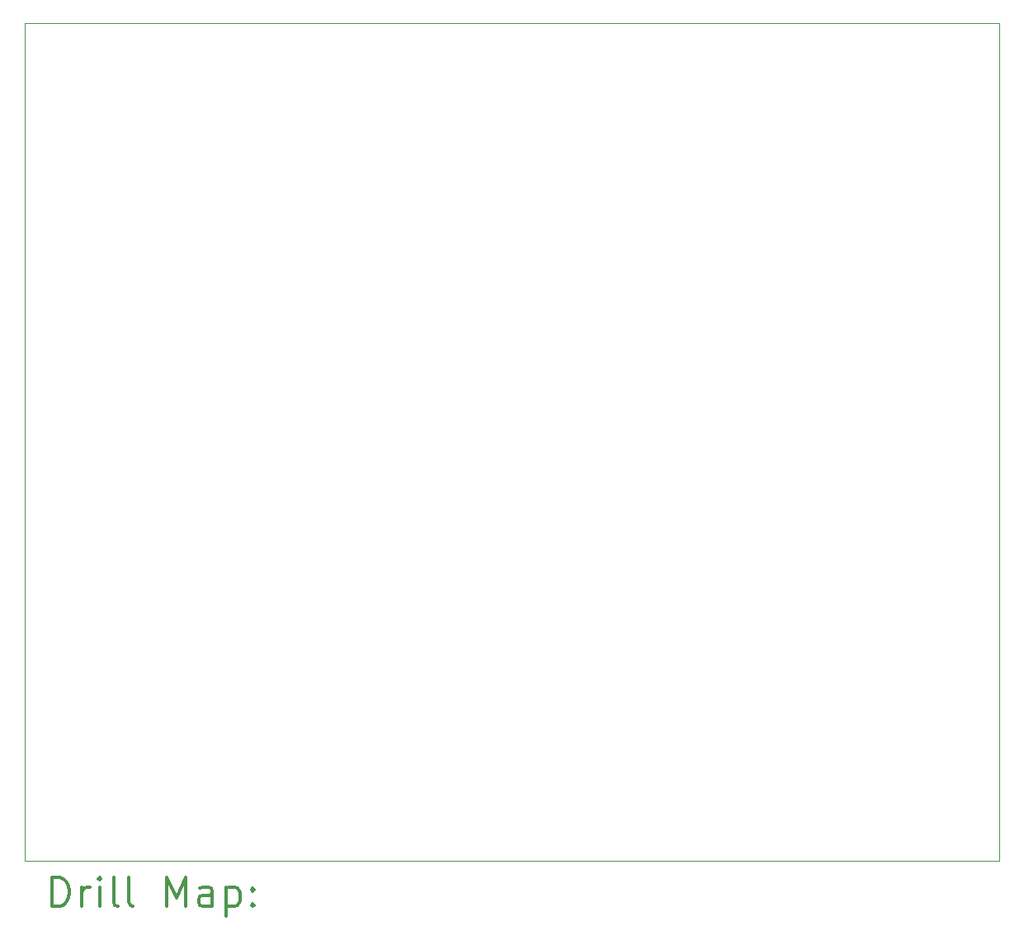
<source format=gbr>
%FSLAX45Y45*%
G04 Gerber Fmt 4.5, Leading zero omitted, Abs format (unit mm)*
G04 Created by KiCad (PCBNEW (5.1.2-1)-1) date 2020-04-08 11:54:16*
%MOMM*%
%LPD*%
G04 APERTURE LIST*
%ADD10C,0.100000*%
%ADD11C,0.200000*%
%ADD12C,0.300000*%
G04 APERTURE END LIST*
D10*
X10000000Y-15000000D02*
X10000000Y-6400000D01*
X20000000Y-15000000D02*
X10000000Y-15000000D01*
X20000000Y-6400000D02*
X20000000Y-15000000D01*
X10000000Y-6400000D02*
X20000000Y-6400000D01*
D11*
D12*
X10281428Y-15470714D02*
X10281428Y-15170714D01*
X10352857Y-15170714D01*
X10395714Y-15185000D01*
X10424286Y-15213571D01*
X10438571Y-15242143D01*
X10452857Y-15299286D01*
X10452857Y-15342143D01*
X10438571Y-15399286D01*
X10424286Y-15427857D01*
X10395714Y-15456429D01*
X10352857Y-15470714D01*
X10281428Y-15470714D01*
X10581428Y-15470714D02*
X10581428Y-15270714D01*
X10581428Y-15327857D02*
X10595714Y-15299286D01*
X10610000Y-15285000D01*
X10638571Y-15270714D01*
X10667143Y-15270714D01*
X10767143Y-15470714D02*
X10767143Y-15270714D01*
X10767143Y-15170714D02*
X10752857Y-15185000D01*
X10767143Y-15199286D01*
X10781428Y-15185000D01*
X10767143Y-15170714D01*
X10767143Y-15199286D01*
X10952857Y-15470714D02*
X10924286Y-15456429D01*
X10910000Y-15427857D01*
X10910000Y-15170714D01*
X11110000Y-15470714D02*
X11081428Y-15456429D01*
X11067143Y-15427857D01*
X11067143Y-15170714D01*
X11452857Y-15470714D02*
X11452857Y-15170714D01*
X11552857Y-15385000D01*
X11652857Y-15170714D01*
X11652857Y-15470714D01*
X11924286Y-15470714D02*
X11924286Y-15313571D01*
X11910000Y-15285000D01*
X11881428Y-15270714D01*
X11824286Y-15270714D01*
X11795714Y-15285000D01*
X11924286Y-15456429D02*
X11895714Y-15470714D01*
X11824286Y-15470714D01*
X11795714Y-15456429D01*
X11781428Y-15427857D01*
X11781428Y-15399286D01*
X11795714Y-15370714D01*
X11824286Y-15356429D01*
X11895714Y-15356429D01*
X11924286Y-15342143D01*
X12067143Y-15270714D02*
X12067143Y-15570714D01*
X12067143Y-15285000D02*
X12095714Y-15270714D01*
X12152857Y-15270714D01*
X12181428Y-15285000D01*
X12195714Y-15299286D01*
X12210000Y-15327857D01*
X12210000Y-15413571D01*
X12195714Y-15442143D01*
X12181428Y-15456429D01*
X12152857Y-15470714D01*
X12095714Y-15470714D01*
X12067143Y-15456429D01*
X12338571Y-15442143D02*
X12352857Y-15456429D01*
X12338571Y-15470714D01*
X12324286Y-15456429D01*
X12338571Y-15442143D01*
X12338571Y-15470714D01*
X12338571Y-15285000D02*
X12352857Y-15299286D01*
X12338571Y-15313571D01*
X12324286Y-15299286D01*
X12338571Y-15285000D01*
X12338571Y-15313571D01*
M02*

</source>
